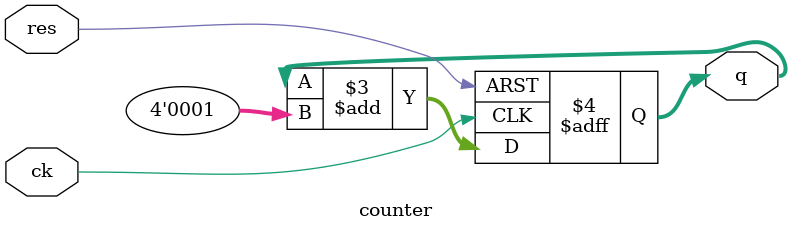
<source format=v>
module counter(ck, res, q);
input   ck, res;
output  [3:0]   q;
reg     [3:0]   q;

always @(posedge ck or posedge res) begin
    if(res == 1'b1)
        q <= 4'h0;
    else
        q <= q + 4'h1;
end

endmodule
</source>
